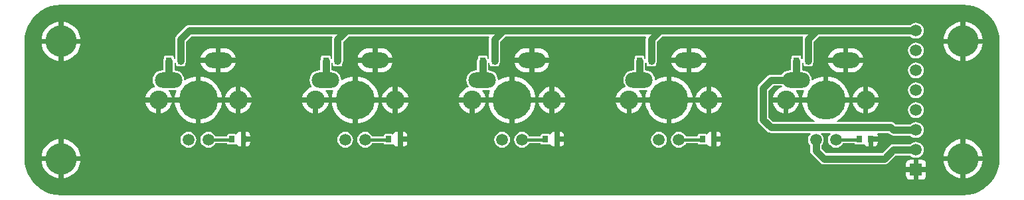
<source format=gbl>
G04 Layer_Physical_Order=2*
G04 Layer_Color=16711680*
%FSLAX25Y25*%
%MOIN*%
G70*
G01*
G75*
%ADD10C,0.01500*%
%ADD11C,0.03500*%
%ADD12O,0.13780X0.07874*%
%ADD13C,0.05905*%
%ADD14C,0.19685*%
%ADD15C,0.09449*%
%ADD16C,0.15748*%
%ADD17R,0.05905X0.05905*%
%ADD18R,0.02756X0.03543*%
G36*
X228998Y47747D02*
X231564Y47189D01*
X234025Y46271D01*
X236330Y45013D01*
X238432Y43439D01*
X240289Y41582D01*
X241863Y39479D01*
X243122Y37174D01*
X244040Y34714D01*
X244598Y32147D01*
X244789Y29482D01*
Y-29482D01*
X244598Y-32147D01*
X244040Y-34714D01*
X243122Y-37174D01*
X241863Y-39479D01*
X240289Y-41582D01*
X238432Y-43439D01*
X236330Y-45013D01*
X234025Y-46271D01*
X231564Y-47189D01*
X228998Y-47747D01*
X226332Y-47938D01*
X-226332D01*
X-228998Y-47747D01*
X-231564Y-47189D01*
X-234025Y-46271D01*
X-236330Y-45013D01*
X-238432Y-43439D01*
X-240289Y-41582D01*
X-241863Y-39479D01*
X-243122Y-37174D01*
X-244040Y-34714D01*
X-244598Y-32147D01*
X-244789Y-29482D01*
Y29482D01*
X-244598Y32147D01*
X-244040Y34714D01*
X-243122Y37174D01*
X-241863Y39479D01*
X-240289Y41582D01*
X-238432Y43439D01*
X-236330Y45013D01*
X-234025Y46271D01*
X-231564Y47189D01*
X-228998Y47747D01*
X-226332Y47938D01*
X226332D01*
X228998Y47747D01*
D02*
G37*
%LPC*%
G36*
X77490Y-1250D02*
X66959D01*
X67007Y-1858D01*
X67442Y-3671D01*
X68156Y-5393D01*
X69130Y-6982D01*
X70340Y-8400D01*
X71758Y-9610D01*
X73347Y-10584D01*
X75069Y-11298D01*
X76882Y-11733D01*
X77490Y-11781D01*
Y-1250D01*
D02*
G37*
G36*
X11781D02*
X1250D01*
Y-11781D01*
X1858Y-11733D01*
X3671Y-11298D01*
X5393Y-10584D01*
X6982Y-9610D01*
X8400Y-8400D01*
X9610Y-6982D01*
X10584Y-5393D01*
X11298Y-3671D01*
X11733Y-1858D01*
X11781Y-1250D01*
D02*
G37*
G36*
X-1250D02*
X-11781D01*
X-11733Y-1858D01*
X-11298Y-3671D01*
X-10584Y-5393D01*
X-9610Y-6982D01*
X-8400Y-8400D01*
X-6982Y-9610D01*
X-5393Y-10584D01*
X-3671Y-11298D01*
X-1858Y-11733D01*
X-1250Y-11781D01*
Y-1250D01*
D02*
G37*
G36*
X-178730D02*
X-184114D01*
X-184107Y-1318D01*
X-183723Y-2586D01*
X-183098Y-3754D01*
X-182258Y-4778D01*
X-181234Y-5618D01*
X-180066Y-6243D01*
X-178798Y-6627D01*
X-178730Y-6634D01*
Y-1250D01*
D02*
G37*
G36*
X202756Y-1092D02*
X201724Y-1228D01*
X200763Y-1626D01*
X199937Y-2260D01*
X199303Y-3085D01*
X198905Y-4047D01*
X198769Y-5079D01*
X198905Y-6111D01*
X199303Y-7072D01*
X199937Y-7898D01*
X200763Y-8531D01*
X201724Y-8930D01*
X202756Y-9066D01*
X203788Y-8930D01*
X204749Y-8531D01*
X205575Y-7898D01*
X206209Y-7072D01*
X206607Y-6111D01*
X206743Y-5079D01*
X206607Y-4047D01*
X206209Y-3085D01*
X205575Y-2260D01*
X204749Y-1626D01*
X203788Y-1228D01*
X202756Y-1092D01*
D02*
G37*
G36*
X90521Y-1250D02*
X79990D01*
Y-11781D01*
X80598Y-11733D01*
X82411Y-11298D01*
X84133Y-10584D01*
X85723Y-9610D01*
X87140Y-8400D01*
X88351Y-6982D01*
X89324Y-5393D01*
X90038Y-3671D01*
X90473Y-1858D01*
X90521Y-1250D01*
D02*
G37*
G36*
X-66959D02*
X-77490D01*
Y-11781D01*
X-76882Y-11733D01*
X-75069Y-11298D01*
X-73347Y-10584D01*
X-71758Y-9610D01*
X-70340Y-8400D01*
X-69130Y-6982D01*
X-68156Y-5393D01*
X-67442Y-3671D01*
X-67007Y-1858D01*
X-66959Y-1250D01*
D02*
G37*
G36*
X100128Y-15874D02*
X100000D01*
X99220Y-16029D01*
X98558Y-16472D01*
X98116Y-17133D01*
X97589Y-17219D01*
X97571Y-17192D01*
X97241Y-16971D01*
X96850Y-16894D01*
X94095D01*
X93704Y-16971D01*
X93374Y-17192D01*
X93152Y-17523D01*
X93075Y-17913D01*
Y-18216D01*
X87279D01*
X87193Y-18007D01*
X86559Y-17181D01*
X85734Y-16547D01*
X84772Y-16149D01*
X83740Y-16013D01*
X82708Y-16149D01*
X81747Y-16547D01*
X80921Y-17181D01*
X80287Y-18007D01*
X79889Y-18968D01*
X79753Y-20000D01*
X79889Y-21032D01*
X80287Y-21993D01*
X80921Y-22819D01*
X81747Y-23453D01*
X82708Y-23851D01*
X83740Y-23987D01*
X84772Y-23851D01*
X85734Y-23453D01*
X86559Y-22819D01*
X87193Y-21993D01*
X87279Y-21784D01*
X93140D01*
X93152Y-21847D01*
X93374Y-22178D01*
X93704Y-22399D01*
X94095Y-22476D01*
X96850D01*
X97241Y-22399D01*
X97571Y-22178D01*
X97589Y-22151D01*
X98116Y-22237D01*
X98558Y-22899D01*
X99220Y-23341D01*
X100000Y-23496D01*
X100128D01*
Y-19685D01*
Y-15874D01*
D02*
G37*
G36*
X21388D02*
X21260D01*
X20480Y-16029D01*
X19818Y-16472D01*
X19376Y-17133D01*
X18849Y-17219D01*
X18831Y-17192D01*
X18500Y-16971D01*
X18110Y-16894D01*
X15354D01*
X14964Y-16971D01*
X14633Y-17192D01*
X14412Y-17523D01*
X14335Y-17913D01*
Y-18216D01*
X8539D01*
X8453Y-18007D01*
X7819Y-17181D01*
X6993Y-16547D01*
X6032Y-16149D01*
X5000Y-16013D01*
X3968Y-16149D01*
X3007Y-16547D01*
X2181Y-17181D01*
X1547Y-18007D01*
X1149Y-18968D01*
X1013Y-20000D01*
X1149Y-21032D01*
X1547Y-21993D01*
X2181Y-22819D01*
X3007Y-23453D01*
X3968Y-23851D01*
X5000Y-23987D01*
X6032Y-23851D01*
X6993Y-23453D01*
X7819Y-22819D01*
X8453Y-21993D01*
X8539Y-21784D01*
X14400D01*
X14412Y-21847D01*
X14633Y-22178D01*
X14964Y-22399D01*
X15354Y-22476D01*
X18110D01*
X18500Y-22399D01*
X18831Y-22178D01*
X18849Y-22151D01*
X19376Y-22237D01*
X19818Y-22899D01*
X20480Y-23341D01*
X21260Y-23496D01*
X21388D01*
Y-19685D01*
Y-15874D01*
D02*
G37*
G36*
X-57352D02*
X-57480D01*
X-58261Y-16029D01*
X-58922Y-16472D01*
X-59364Y-17133D01*
X-59891Y-17219D01*
X-59909Y-17192D01*
X-60240Y-16971D01*
X-60630Y-16894D01*
X-63386D01*
X-63776Y-16971D01*
X-64107Y-17192D01*
X-64328Y-17523D01*
X-64405Y-17913D01*
Y-18216D01*
X-70201D01*
X-70287Y-18007D01*
X-70921Y-17181D01*
X-71747Y-16547D01*
X-72708Y-16149D01*
X-73740Y-16013D01*
X-74772Y-16149D01*
X-75734Y-16547D01*
X-76559Y-17181D01*
X-77193Y-18007D01*
X-77591Y-18968D01*
X-77727Y-20000D01*
X-77591Y-21032D01*
X-77193Y-21993D01*
X-76559Y-22819D01*
X-75734Y-23453D01*
X-74772Y-23851D01*
X-73740Y-23987D01*
X-72708Y-23851D01*
X-71747Y-23453D01*
X-70921Y-22819D01*
X-70287Y-21993D01*
X-70201Y-21784D01*
X-64340D01*
X-64328Y-21847D01*
X-64107Y-22178D01*
X-63776Y-22399D01*
X-63386Y-22476D01*
X-60630D01*
X-60240Y-22399D01*
X-59909Y-22178D01*
X-59891Y-22151D01*
X-59364Y-22237D01*
X-58922Y-22899D01*
X-58261Y-23341D01*
X-57480Y-23496D01*
X-57352D01*
Y-19685D01*
Y-15874D01*
D02*
G37*
G36*
X-79990Y-1250D02*
X-90521D01*
X-90473Y-1858D01*
X-90038Y-3671D01*
X-89324Y-5393D01*
X-88351Y-6982D01*
X-87140Y-8400D01*
X-85723Y-9610D01*
X-84133Y-10584D01*
X-82411Y-11298D01*
X-80598Y-11733D01*
X-79990Y-11781D01*
Y-1250D01*
D02*
G37*
G36*
X-145700D02*
X-156230D01*
Y-11781D01*
X-155622Y-11733D01*
X-153809Y-11298D01*
X-152087Y-10584D01*
X-150498Y-9610D01*
X-149081Y-8400D01*
X-147870Y-6982D01*
X-146896Y-5393D01*
X-146183Y-3671D01*
X-145747Y-1858D01*
X-145700Y-1250D01*
D02*
G37*
G36*
X-158730D02*
X-169261D01*
X-169213Y-1858D01*
X-168778Y-3671D01*
X-168065Y-5393D01*
X-167091Y-6982D01*
X-165880Y-8400D01*
X-164463Y-9610D01*
X-162873Y-10584D01*
X-161151Y-11298D01*
X-159339Y-11733D01*
X-158730Y-11781D01*
Y-1250D01*
D02*
G37*
G36*
X18750D02*
X13366D01*
X13373Y-1318D01*
X13757Y-2586D01*
X14382Y-3754D01*
X15222Y-4778D01*
X16246Y-5618D01*
X17414Y-6243D01*
X18682Y-6627D01*
X18750Y-6634D01*
Y-1250D01*
D02*
G37*
G36*
X-13366D02*
X-18750D01*
Y-6634D01*
X-18682Y-6627D01*
X-17414Y-6243D01*
X-16246Y-5618D01*
X-15222Y-4778D01*
X-14382Y-3754D01*
X-13757Y-2586D01*
X-13373Y-1318D01*
X-13366Y-1250D01*
D02*
G37*
G36*
X-21250D02*
X-26634D01*
X-26627Y-1318D01*
X-26243Y-2586D01*
X-25618Y-3754D01*
X-24778Y-4778D01*
X-23754Y-5618D01*
X-22586Y-6243D01*
X-21318Y-6627D01*
X-21250Y-6634D01*
Y-1250D01*
D02*
G37*
G36*
X65374D02*
X59990D01*
Y-6634D01*
X60058Y-6627D01*
X61326Y-6243D01*
X62494Y-5618D01*
X63518Y-4778D01*
X64358Y-3754D01*
X64983Y-2586D01*
X65367Y-1318D01*
X65374Y-1250D01*
D02*
G37*
G36*
X57490D02*
X52106D01*
X52113Y-1318D01*
X52498Y-2586D01*
X53122Y-3754D01*
X53962Y-4778D01*
X54986Y-5618D01*
X56154Y-6243D01*
X57422Y-6627D01*
X57490Y-6634D01*
Y-1250D01*
D02*
G37*
G36*
X26634D02*
X21250D01*
Y-6634D01*
X21318Y-6627D01*
X22586Y-6243D01*
X23754Y-5618D01*
X24778Y-4778D01*
X25618Y-3754D01*
X26243Y-2586D01*
X26627Y-1318D01*
X26634Y-1250D01*
D02*
G37*
G36*
X-52106D02*
X-57490D01*
Y-6634D01*
X-57422Y-6627D01*
X-56154Y-6243D01*
X-54986Y-5618D01*
X-53962Y-4778D01*
X-53122Y-3754D01*
X-52498Y-2586D01*
X-52113Y-1318D01*
X-52106Y-1250D01*
D02*
G37*
G36*
X-130847D02*
X-136230D01*
Y-6634D01*
X-136162Y-6627D01*
X-134895Y-6243D01*
X-133726Y-5618D01*
X-132702Y-4778D01*
X-131862Y-3754D01*
X-131238Y-2586D01*
X-130853Y-1318D01*
X-130847Y-1250D01*
D02*
G37*
G36*
X-138730D02*
X-144114D01*
X-144107Y-1318D01*
X-143723Y-2586D01*
X-143098Y-3754D01*
X-142258Y-4778D01*
X-141234Y-5618D01*
X-140066Y-6243D01*
X-138798Y-6627D01*
X-138730Y-6634D01*
Y-1250D01*
D02*
G37*
G36*
X-170846D02*
X-176230D01*
Y-6634D01*
X-176162Y-6627D01*
X-174894Y-6243D01*
X-173726Y-5618D01*
X-172702Y-4778D01*
X-171862Y-3754D01*
X-171238Y-2586D01*
X-170853Y-1318D01*
X-170846Y-1250D01*
D02*
G37*
G36*
X-59990D02*
X-65374D01*
X-65367Y-1318D01*
X-64983Y-2586D01*
X-64358Y-3754D01*
X-63518Y-4778D01*
X-62494Y-5618D01*
X-61326Y-6243D01*
X-60058Y-6627D01*
X-59990Y-6634D01*
Y-1250D01*
D02*
G37*
G36*
X-92106D02*
X-97490D01*
Y-6634D01*
X-97422Y-6627D01*
X-96154Y-6243D01*
X-94986Y-5618D01*
X-93962Y-4778D01*
X-93122Y-3754D01*
X-92498Y-2586D01*
X-92113Y-1318D01*
X-92106Y-1250D01*
D02*
G37*
G36*
X-99990D02*
X-105374D01*
X-105367Y-1318D01*
X-104983Y-2586D01*
X-104358Y-3754D01*
X-103518Y-4778D01*
X-102494Y-5618D01*
X-101326Y-6243D01*
X-100058Y-6627D01*
X-99990Y-6634D01*
Y-1250D01*
D02*
G37*
G36*
X-225128Y-19729D02*
Y-28278D01*
X-216579D01*
X-216647Y-27592D01*
X-217211Y-25731D01*
X-218128Y-24015D01*
X-219362Y-22512D01*
X-220866Y-21278D01*
X-222581Y-20361D01*
X-224442Y-19796D01*
X-225128Y-19729D01*
D02*
G37*
G36*
X-227628D02*
X-228314Y-19796D01*
X-230175Y-20361D01*
X-231890Y-21278D01*
X-233394Y-22512D01*
X-234628Y-24015D01*
X-235544Y-25731D01*
X-236109Y-27592D01*
X-236177Y-28278D01*
X-227628D01*
Y-19729D01*
D02*
G37*
G36*
X205709Y-30087D02*
X204006D01*
Y-33829D01*
X207748D01*
Y-32126D01*
X207593Y-31346D01*
X207151Y-30684D01*
X206489Y-30242D01*
X205709Y-30087D01*
D02*
G37*
G36*
X-162480Y-16013D02*
X-163512Y-16149D01*
X-164474Y-16547D01*
X-165299Y-17181D01*
X-165933Y-18007D01*
X-166331Y-18968D01*
X-166467Y-20000D01*
X-166331Y-21032D01*
X-165933Y-21993D01*
X-165299Y-22819D01*
X-164474Y-23453D01*
X-163512Y-23851D01*
X-162480Y-23987D01*
X-161448Y-23851D01*
X-160487Y-23453D01*
X-159661Y-22819D01*
X-159028Y-21993D01*
X-158629Y-21032D01*
X-158493Y-20000D01*
X-158629Y-18968D01*
X-159028Y-18007D01*
X-159661Y-17181D01*
X-160487Y-16547D01*
X-161448Y-16149D01*
X-162480Y-16013D01*
D02*
G37*
G36*
X227628Y-19729D02*
Y-28278D01*
X236177D01*
X236109Y-27592D01*
X235544Y-25731D01*
X234628Y-24015D01*
X233394Y-22512D01*
X231890Y-21278D01*
X230175Y-20361D01*
X228314Y-19796D01*
X227628Y-19729D01*
D02*
G37*
G36*
X225128D02*
X224442Y-19796D01*
X222581Y-20361D01*
X220866Y-21278D01*
X219362Y-22512D01*
X218128Y-24015D01*
X217211Y-25731D01*
X216647Y-27592D01*
X216579Y-28278D01*
X225128D01*
Y-19729D01*
D02*
G37*
G36*
X201506Y-30087D02*
X199803D01*
X199023Y-30242D01*
X198361Y-30684D01*
X197919Y-31346D01*
X197764Y-32126D01*
Y-33829D01*
X201506D01*
Y-30087D01*
D02*
G37*
G36*
X-227628Y-30778D02*
X-236177D01*
X-236109Y-31463D01*
X-235544Y-33325D01*
X-234628Y-35040D01*
X-233394Y-36543D01*
X-231890Y-37777D01*
X-230175Y-38694D01*
X-228314Y-39259D01*
X-227628Y-39326D01*
Y-30778D01*
D02*
G37*
G36*
X207748Y-36329D02*
X204006D01*
Y-40071D01*
X205709D01*
X206489Y-39915D01*
X207151Y-39473D01*
X207593Y-38812D01*
X207748Y-38032D01*
Y-36329D01*
D02*
G37*
G36*
X201506D02*
X197764D01*
Y-38032D01*
X197919Y-38812D01*
X198361Y-39473D01*
X199023Y-39915D01*
X199803Y-40071D01*
X201506D01*
Y-36329D01*
D02*
G37*
G36*
X236177Y-30778D02*
X227628D01*
Y-39326D01*
X228314Y-39259D01*
X230175Y-38694D01*
X231890Y-37777D01*
X233394Y-36543D01*
X234628Y-35040D01*
X235544Y-33325D01*
X236109Y-31463D01*
X236177Y-30778D01*
D02*
G37*
G36*
X225128D02*
X216579D01*
X216647Y-31463D01*
X217211Y-33325D01*
X218128Y-35040D01*
X219362Y-36543D01*
X220866Y-37777D01*
X222581Y-38694D01*
X224442Y-39259D01*
X225128Y-39326D01*
Y-30778D01*
D02*
G37*
G36*
X-216579D02*
X-225128D01*
Y-39326D01*
X-224442Y-39259D01*
X-222581Y-38694D01*
X-220866Y-37777D01*
X-219362Y-36543D01*
X-218128Y-35040D01*
X-217211Y-33325D01*
X-216647Y-31463D01*
X-216579Y-30778D01*
D02*
G37*
G36*
X-54724Y-15874D02*
X-54852D01*
Y-18435D01*
X-52685D01*
Y-17913D01*
X-52841Y-17133D01*
X-53282Y-16472D01*
X-53944Y-16029D01*
X-54724Y-15874D01*
D02*
G37*
G36*
X-133465D02*
X-133592D01*
Y-18435D01*
X-131425D01*
Y-17913D01*
X-131581Y-17133D01*
X-132023Y-16472D01*
X-132684Y-16029D01*
X-133465Y-15874D01*
D02*
G37*
G36*
X183535Y-20935D02*
X181368D01*
Y-23496D01*
X181496D01*
X182276Y-23341D01*
X182938Y-22899D01*
X183380Y-22237D01*
X183535Y-21457D01*
Y-20935D01*
D02*
G37*
G36*
X-136092Y-15874D02*
X-136221D01*
X-137001Y-16029D01*
X-137662Y-16472D01*
X-138104Y-17133D01*
X-138631Y-17219D01*
X-138649Y-17192D01*
X-138980Y-16971D01*
X-139370Y-16894D01*
X-142126D01*
X-142516Y-16971D01*
X-142847Y-17192D01*
X-143068Y-17523D01*
X-143146Y-17913D01*
Y-18216D01*
X-148941D01*
X-149028Y-18007D01*
X-149661Y-17181D01*
X-150487Y-16547D01*
X-151448Y-16149D01*
X-152480Y-16013D01*
X-153512Y-16149D01*
X-154474Y-16547D01*
X-155299Y-17181D01*
X-155933Y-18007D01*
X-156331Y-18968D01*
X-156467Y-20000D01*
X-156331Y-21032D01*
X-155933Y-21993D01*
X-155299Y-22819D01*
X-154474Y-23453D01*
X-153512Y-23851D01*
X-152480Y-23987D01*
X-151448Y-23851D01*
X-150487Y-23453D01*
X-149661Y-22819D01*
X-149028Y-21993D01*
X-148941Y-21784D01*
X-143080D01*
X-143068Y-21847D01*
X-142847Y-22178D01*
X-142516Y-22399D01*
X-142126Y-22476D01*
X-139370D01*
X-138980Y-22399D01*
X-138649Y-22178D01*
X-138631Y-22151D01*
X-138104Y-22237D01*
X-137662Y-22899D01*
X-137001Y-23341D01*
X-136221Y-23496D01*
X-136092D01*
Y-19685D01*
Y-15874D01*
D02*
G37*
G36*
X102756D02*
X102628D01*
Y-18435D01*
X104795D01*
Y-17913D01*
X104640Y-17133D01*
X104198Y-16472D01*
X103536Y-16029D01*
X102756Y-15874D01*
D02*
G37*
G36*
X24016D02*
X23888D01*
Y-18435D01*
X26055D01*
Y-17913D01*
X25900Y-17133D01*
X25458Y-16472D01*
X24796Y-16029D01*
X24016Y-15874D01*
D02*
G37*
G36*
X104795Y-20935D02*
X102628D01*
Y-23496D01*
X102756D01*
X103536Y-23341D01*
X104198Y-22899D01*
X104640Y-22237D01*
X104795Y-21457D01*
Y-20935D01*
D02*
G37*
G36*
X73740Y-16013D02*
X72708Y-16149D01*
X71747Y-16547D01*
X70921Y-17181D01*
X70287Y-18007D01*
X69889Y-18968D01*
X69753Y-20000D01*
X69889Y-21032D01*
X70287Y-21993D01*
X70921Y-22819D01*
X71747Y-23453D01*
X72708Y-23851D01*
X73740Y-23987D01*
X74772Y-23851D01*
X75734Y-23453D01*
X76559Y-22819D01*
X77193Y-21993D01*
X77591Y-21032D01*
X77727Y-20000D01*
X77591Y-18968D01*
X77193Y-18007D01*
X76559Y-17181D01*
X75734Y-16547D01*
X74772Y-16149D01*
X73740Y-16013D01*
D02*
G37*
G36*
X-5000D02*
X-6032Y-16149D01*
X-6993Y-16547D01*
X-7819Y-17181D01*
X-8453Y-18007D01*
X-8851Y-18968D01*
X-8987Y-20000D01*
X-8851Y-21032D01*
X-8453Y-21993D01*
X-7819Y-22819D01*
X-6993Y-23453D01*
X-6032Y-23851D01*
X-5000Y-23987D01*
X-3968Y-23851D01*
X-3007Y-23453D01*
X-2181Y-22819D01*
X-1547Y-21993D01*
X-1149Y-21032D01*
X-1013Y-20000D01*
X-1149Y-18968D01*
X-1547Y-18007D01*
X-2181Y-17181D01*
X-3007Y-16547D01*
X-3968Y-16149D01*
X-5000Y-16013D01*
D02*
G37*
G36*
X-83740D02*
X-84772Y-16149D01*
X-85734Y-16547D01*
X-86559Y-17181D01*
X-87193Y-18007D01*
X-87591Y-18968D01*
X-87727Y-20000D01*
X-87591Y-21032D01*
X-87193Y-21993D01*
X-86559Y-22819D01*
X-85734Y-23453D01*
X-84772Y-23851D01*
X-83740Y-23987D01*
X-82708Y-23851D01*
X-81747Y-23453D01*
X-80921Y-22819D01*
X-80287Y-21993D01*
X-79889Y-21032D01*
X-79753Y-20000D01*
X-79889Y-18968D01*
X-80287Y-18007D01*
X-80921Y-17181D01*
X-81747Y-16547D01*
X-82708Y-16149D01*
X-83740Y-16013D01*
D02*
G37*
G36*
X26055Y-20935D02*
X23888D01*
Y-23496D01*
X24016D01*
X24796Y-23341D01*
X25458Y-22899D01*
X25900Y-22237D01*
X26055Y-21457D01*
Y-20935D01*
D02*
G37*
G36*
X-52685D02*
X-54852D01*
Y-23496D01*
X-54724D01*
X-53944Y-23341D01*
X-53282Y-22899D01*
X-52841Y-22237D01*
X-52685Y-21457D01*
Y-20935D01*
D02*
G37*
G36*
X-131425D02*
X-133592D01*
Y-23496D01*
X-133465D01*
X-132684Y-23341D01*
X-132023Y-22899D01*
X-131581Y-22237D01*
X-131425Y-21457D01*
Y-20935D01*
D02*
G37*
G36*
X236177Y28278D02*
X227628D01*
Y19729D01*
X228314Y19796D01*
X230175Y20361D01*
X231890Y21278D01*
X233394Y22512D01*
X234628Y24015D01*
X235544Y25731D01*
X236109Y27592D01*
X236177Y28278D01*
D02*
G37*
G36*
X225128D02*
X216579D01*
X216647Y27592D01*
X217211Y25731D01*
X218128Y24015D01*
X219362Y22512D01*
X220866Y21278D01*
X222581Y20361D01*
X224442Y19796D01*
X225128Y19729D01*
Y28278D01*
D02*
G37*
G36*
X-216579D02*
X-225128D01*
Y19729D01*
X-224442Y19796D01*
X-222581Y20361D01*
X-220866Y21278D01*
X-219362Y22512D01*
X-218128Y24015D01*
X-217211Y25731D01*
X-216647Y27592D01*
X-216579Y28278D01*
D02*
G37*
G36*
X-144528Y25966D02*
X-146230D01*
Y21250D01*
X-138703D01*
X-139016Y22283D01*
X-139567Y23314D01*
X-140309Y24218D01*
X-141213Y24960D01*
X-142245Y25512D01*
X-143364Y25851D01*
X-144528Y25966D01*
D02*
G37*
G36*
X-148730D02*
X-150433D01*
X-151597Y25851D01*
X-152716Y25512D01*
X-153747Y24960D01*
X-154651Y24218D01*
X-155393Y23314D01*
X-155945Y22283D01*
X-156258Y21250D01*
X-148730D01*
Y25966D01*
D02*
G37*
G36*
X202756Y28908D02*
X201724Y28772D01*
X200763Y28374D01*
X199937Y27740D01*
X199303Y26915D01*
X198905Y25953D01*
X198769Y24921D01*
X198905Y23889D01*
X199303Y22928D01*
X199937Y22102D01*
X200763Y21468D01*
X201724Y21070D01*
X202756Y20934D01*
X203788Y21070D01*
X204749Y21468D01*
X205575Y22102D01*
X206209Y22928D01*
X206607Y23889D01*
X206743Y24921D01*
X206607Y25953D01*
X206209Y26915D01*
X205575Y27740D01*
X204749Y28374D01*
X203788Y28772D01*
X202756Y28908D01*
D02*
G37*
G36*
X-227628Y28278D02*
X-236177D01*
X-236109Y27592D01*
X-235544Y25731D01*
X-234628Y24015D01*
X-233394Y22512D01*
X-231890Y21278D01*
X-230175Y20361D01*
X-228314Y19796D01*
X-227628Y19729D01*
Y28278D01*
D02*
G37*
G36*
X87490Y18750D02*
X79962D01*
X80276Y17717D01*
X80827Y16686D01*
X81569Y15782D01*
X82473Y15040D01*
X83504Y14488D01*
X84624Y14149D01*
X85787Y14034D01*
X87490D01*
Y18750D01*
D02*
G37*
G36*
X18778D02*
X11250D01*
Y14034D01*
X12953D01*
X14117Y14149D01*
X15236Y14488D01*
X16267Y15040D01*
X17171Y15782D01*
X17913Y16686D01*
X18464Y17717D01*
X18778Y18750D01*
D02*
G37*
G36*
X8750D02*
X1222D01*
X1536Y17717D01*
X2087Y16686D01*
X2829Y15782D01*
X3733Y15040D01*
X4764Y14488D01*
X5883Y14149D01*
X7047Y14034D01*
X8750D01*
Y18750D01*
D02*
G37*
G36*
X176258D02*
X168730D01*
Y14034D01*
X170433D01*
X171597Y14149D01*
X172716Y14488D01*
X173748Y15040D01*
X174652Y15782D01*
X175393Y16686D01*
X175945Y17717D01*
X176258Y18750D01*
D02*
G37*
G36*
X166230D02*
X158703D01*
X159016Y17717D01*
X159567Y16686D01*
X160309Y15782D01*
X161213Y15040D01*
X162245Y14488D01*
X163364Y14149D01*
X164528Y14034D01*
X166230D01*
Y18750D01*
D02*
G37*
G36*
X97518D02*
X89990D01*
Y14034D01*
X91693D01*
X92857Y14149D01*
X93976Y14488D01*
X95007Y15040D01*
X95911Y15782D01*
X96653Y16686D01*
X97205Y17717D01*
X97518Y18750D01*
D02*
G37*
G36*
X-225128Y39326D02*
Y30778D01*
X-216579D01*
X-216647Y31463D01*
X-217211Y33325D01*
X-218128Y35040D01*
X-219362Y36543D01*
X-220866Y37777D01*
X-222581Y38694D01*
X-224442Y39259D01*
X-225128Y39326D01*
D02*
G37*
G36*
X-227628D02*
X-228314Y39259D01*
X-230175Y38694D01*
X-231890Y37777D01*
X-233394Y36543D01*
X-234628Y35040D01*
X-235544Y33325D01*
X-236109Y31463D01*
X-236177Y30778D01*
X-227628D01*
Y39326D01*
D02*
G37*
G36*
X170433Y25966D02*
X168730D01*
Y21250D01*
X176258D01*
X175945Y22283D01*
X175393Y23314D01*
X174652Y24218D01*
X173748Y24960D01*
X172716Y25512D01*
X171597Y25851D01*
X170433Y25966D01*
D02*
G37*
G36*
X202756Y38908D02*
X201724Y38772D01*
X200763Y38374D01*
X199937Y37740D01*
X199902Y37695D01*
X-161929D01*
X-162647Y37600D01*
X-163316Y37323D01*
X-163891Y36883D01*
X-168300Y32473D01*
X-168741Y31899D01*
X-169018Y31230D01*
X-169112Y30512D01*
Y20617D01*
X-169612Y20517D01*
X-169842Y21072D01*
X-169847Y21078D01*
Y21457D01*
X-169924Y21847D01*
X-170145Y22178D01*
X-170476Y22399D01*
X-170866Y22476D01*
X-173622D01*
X-174012Y22399D01*
X-174343Y22178D01*
X-174564Y21847D01*
X-174642Y21457D01*
Y21078D01*
X-174646Y21072D01*
X-174923Y20403D01*
X-175018Y19685D01*
Y14980D01*
X-175433D01*
X-176722Y14810D01*
X-177923Y14312D01*
X-178954Y13521D01*
X-179745Y12490D01*
X-180243Y11289D01*
X-180413Y10000D01*
X-180243Y8711D01*
X-179745Y7510D01*
X-179285Y6909D01*
X-179437Y6433D01*
X-180066Y6243D01*
X-181234Y5618D01*
X-182258Y4778D01*
X-183098Y3754D01*
X-183723Y2586D01*
X-184107Y1318D01*
X-184114Y1250D01*
X-170846D01*
X-170853Y1318D01*
X-171238Y2586D01*
X-171862Y3754D01*
X-172491Y4520D01*
X-172255Y5020D01*
X-169528D01*
X-168716Y5127D01*
X-168365Y4669D01*
X-168778Y3671D01*
X-169213Y1858D01*
X-169261Y1250D01*
X-158730D01*
Y11781D01*
X-159339Y11733D01*
X-161151Y11298D01*
X-162873Y10584D01*
X-164063Y9856D01*
X-164243Y9909D01*
X-164566Y10134D01*
X-164718Y11289D01*
X-165215Y12490D01*
X-166006Y13521D01*
X-167038Y14312D01*
X-168239Y14810D01*
X-169470Y14972D01*
Y18753D01*
X-168970Y18853D01*
X-168741Y18298D01*
X-168736Y18292D01*
Y17913D01*
X-168658Y17523D01*
X-168438Y17192D01*
X-168107Y16971D01*
X-167717Y16894D01*
X-164961D01*
X-164570Y16971D01*
X-164240Y17192D01*
X-164019Y17523D01*
X-163941Y17913D01*
Y18292D01*
X-163936Y18298D01*
X-163659Y18967D01*
X-163565Y19685D01*
Y29363D01*
X-160780Y32147D01*
X-90405D01*
X-90105Y31648D01*
X-90278Y31230D01*
X-90372Y30512D01*
Y20617D01*
X-90872Y20517D01*
X-91102Y21072D01*
X-91106Y21078D01*
Y21457D01*
X-91184Y21847D01*
X-91405Y22178D01*
X-91736Y22399D01*
X-92126Y22476D01*
X-94882D01*
X-95272Y22399D01*
X-95603Y22178D01*
X-95824Y21847D01*
X-95902Y21457D01*
Y21078D01*
X-95906Y21072D01*
X-96183Y20403D01*
X-96278Y19685D01*
Y14980D01*
X-96693D01*
X-97982Y14810D01*
X-99183Y14312D01*
X-100214Y13521D01*
X-101005Y12490D01*
X-101503Y11289D01*
X-101672Y10000D01*
X-101503Y8711D01*
X-101005Y7510D01*
X-100544Y6909D01*
X-100697Y6433D01*
X-101326Y6243D01*
X-102494Y5618D01*
X-103518Y4778D01*
X-104358Y3754D01*
X-104983Y2586D01*
X-105367Y1318D01*
X-105374Y1250D01*
X-92106D01*
X-92113Y1318D01*
X-92498Y2586D01*
X-93122Y3754D01*
X-93751Y4520D01*
X-93515Y5020D01*
X-90787D01*
X-89976Y5127D01*
X-89624Y4669D01*
X-90038Y3671D01*
X-90473Y1858D01*
X-90521Y1250D01*
X-79990D01*
Y11781D01*
X-80598Y11733D01*
X-82411Y11298D01*
X-84133Y10584D01*
X-85322Y9856D01*
X-85502Y9909D01*
X-85825Y10134D01*
X-85978Y11289D01*
X-86475Y12490D01*
X-87266Y13521D01*
X-88298Y14312D01*
X-89499Y14810D01*
X-90730Y14972D01*
Y18753D01*
X-90230Y18853D01*
X-90000Y18298D01*
X-89996Y18292D01*
Y17913D01*
X-89918Y17523D01*
X-89697Y17192D01*
X-89367Y16971D01*
X-88976Y16894D01*
X-86221D01*
X-85830Y16971D01*
X-85500Y17192D01*
X-85278Y17523D01*
X-85201Y17913D01*
Y18292D01*
X-85196Y18298D01*
X-84919Y18967D01*
X-84825Y19685D01*
Y29363D01*
X-82040Y32147D01*
X-11665D01*
X-11364Y31648D01*
X-11537Y31230D01*
X-11632Y30512D01*
Y20617D01*
X-12132Y20517D01*
X-12362Y21072D01*
X-12366Y21078D01*
Y21457D01*
X-12444Y21847D01*
X-12665Y22178D01*
X-12996Y22399D01*
X-13386Y22476D01*
X-16142D01*
X-16532Y22399D01*
X-16863Y22178D01*
X-17084Y21847D01*
X-17161Y21457D01*
Y21078D01*
X-17166Y21072D01*
X-17443Y20403D01*
X-17537Y19685D01*
Y14980D01*
X-17953D01*
X-19242Y14810D01*
X-20443Y14312D01*
X-21474Y13521D01*
X-22265Y12490D01*
X-22763Y11289D01*
X-22932Y10000D01*
X-22763Y8711D01*
X-22265Y7510D01*
X-21804Y6909D01*
X-21957Y6433D01*
X-22586Y6243D01*
X-23754Y5618D01*
X-24778Y4778D01*
X-25618Y3754D01*
X-26243Y2586D01*
X-26627Y1318D01*
X-26634Y1250D01*
X-13366D01*
X-13373Y1318D01*
X-13757Y2586D01*
X-14382Y3754D01*
X-15011Y4520D01*
X-14774Y5020D01*
X-12047D01*
X-11236Y5127D01*
X-10884Y4669D01*
X-11298Y3671D01*
X-11733Y1858D01*
X-11781Y1250D01*
X-1250D01*
Y11781D01*
X-1858Y11733D01*
X-3671Y11298D01*
X-5393Y10584D01*
X-6582Y9856D01*
X-6762Y9909D01*
X-7085Y10134D01*
X-7237Y11289D01*
X-7735Y12490D01*
X-8526Y13521D01*
X-9557Y14312D01*
X-10758Y14810D01*
X-11990Y14972D01*
Y18753D01*
X-11490Y18853D01*
X-11260Y18298D01*
X-11256Y18292D01*
Y17913D01*
X-11178Y17523D01*
X-10957Y17192D01*
X-10626Y16971D01*
X-10236Y16894D01*
X-7480D01*
X-7090Y16971D01*
X-6759Y17192D01*
X-6538Y17523D01*
X-6461Y17913D01*
Y18292D01*
X-6456Y18298D01*
X-6179Y18967D01*
X-6084Y19685D01*
Y29363D01*
X-3300Y32147D01*
X67075D01*
X67376Y31648D01*
X67203Y31230D01*
X67108Y30512D01*
Y20617D01*
X66608Y20517D01*
X66378Y21072D01*
X66374Y21078D01*
Y21457D01*
X66296Y21847D01*
X66075Y22178D01*
X65745Y22399D01*
X65354Y22476D01*
X62598D01*
X62208Y22399D01*
X61878Y22178D01*
X61656Y21847D01*
X61579Y21457D01*
Y21078D01*
X61574Y21072D01*
X61297Y20403D01*
X61203Y19685D01*
Y14980D01*
X60787D01*
X59499Y14810D01*
X58298Y14312D01*
X57266Y13521D01*
X56475Y12490D01*
X55977Y11289D01*
X55808Y10000D01*
X55977Y8711D01*
X56475Y7510D01*
X56936Y6909D01*
X56783Y6433D01*
X56154Y6243D01*
X54986Y5618D01*
X53962Y4778D01*
X53122Y3754D01*
X52498Y2586D01*
X52113Y1318D01*
X52106Y1250D01*
X65374D01*
X65367Y1318D01*
X64983Y2586D01*
X64358Y3754D01*
X63729Y4520D01*
X63966Y5020D01*
X66693D01*
X67505Y5127D01*
X67856Y4669D01*
X67442Y3671D01*
X67007Y1858D01*
X66959Y1250D01*
X77490D01*
Y11781D01*
X76882Y11733D01*
X75069Y11298D01*
X73347Y10584D01*
X72158Y9856D01*
X71978Y9909D01*
X71655Y10134D01*
X71503Y11289D01*
X71005Y12490D01*
X70214Y13521D01*
X69183Y14312D01*
X67982Y14810D01*
X66750Y14972D01*
Y18753D01*
X67250Y18853D01*
X67480Y18298D01*
X67484Y18292D01*
Y17913D01*
X67562Y17523D01*
X67783Y17192D01*
X68114Y16971D01*
X68504Y16894D01*
X71260D01*
X71650Y16971D01*
X71981Y17192D01*
X72202Y17523D01*
X72279Y17913D01*
Y18292D01*
X72284Y18298D01*
X72561Y18967D01*
X72656Y19685D01*
Y29363D01*
X75440Y32147D01*
X145816D01*
X146116Y31648D01*
X145943Y31230D01*
X145848Y30512D01*
Y20617D01*
X145348Y20517D01*
X145119Y21072D01*
X145114Y21078D01*
Y21457D01*
X145036Y21847D01*
X144816Y22178D01*
X144485Y22399D01*
X144095Y22476D01*
X141339D01*
X140948Y22399D01*
X140618Y22178D01*
X140397Y21847D01*
X140319Y21457D01*
Y21078D01*
X140314Y21072D01*
X140037Y20403D01*
X139943Y19685D01*
Y14980D01*
X139528D01*
X138239Y14810D01*
X137038Y14312D01*
X136006Y13521D01*
X135433Y12774D01*
X130079D01*
X129361Y12679D01*
X128692Y12402D01*
X128117Y11961D01*
X124023Y7867D01*
X123582Y7292D01*
X123305Y6623D01*
X123211Y5906D01*
Y-9843D01*
X123305Y-10560D01*
X123582Y-11229D01*
X124023Y-11804D01*
X127960Y-15741D01*
X128534Y-16182D01*
X129203Y-16459D01*
X129921Y-16553D01*
X149701D01*
X149862Y-17027D01*
X149661Y-17181D01*
X149028Y-18007D01*
X148629Y-18968D01*
X148494Y-20000D01*
X148629Y-21032D01*
X149028Y-21993D01*
X149661Y-22819D01*
X149707Y-22854D01*
Y-25512D01*
X149801Y-26230D01*
X150078Y-26899D01*
X150519Y-27473D01*
X154535Y-31489D01*
X155109Y-31930D01*
X155778Y-32207D01*
X156496Y-32301D01*
X187008D01*
X187726Y-32207D01*
X188395Y-31930D01*
X188969Y-31489D01*
X192606Y-27852D01*
X199902D01*
X199937Y-27898D01*
X200763Y-28532D01*
X201724Y-28930D01*
X202756Y-29066D01*
X203788Y-28930D01*
X204749Y-28532D01*
X205575Y-27898D01*
X206209Y-27072D01*
X206607Y-26111D01*
X206743Y-25079D01*
X206607Y-24047D01*
X206209Y-23085D01*
X205575Y-22260D01*
X204749Y-21626D01*
X203788Y-21228D01*
X202756Y-21092D01*
X201724Y-21228D01*
X200763Y-21626D01*
X199937Y-22260D01*
X199902Y-22305D01*
X191457D01*
X190739Y-22400D01*
X190070Y-22677D01*
X189495Y-23117D01*
X185859Y-26754D01*
X157645D01*
X155254Y-24363D01*
Y-22854D01*
X155299Y-22819D01*
X155933Y-21993D01*
X156331Y-21032D01*
X156467Y-20000D01*
X156331Y-18968D01*
X155933Y-18007D01*
X155299Y-17181D01*
X155099Y-17027D01*
X155259Y-16553D01*
X159701D01*
X159862Y-17027D01*
X159661Y-17181D01*
X159028Y-18007D01*
X158629Y-18968D01*
X158493Y-20000D01*
X158629Y-21032D01*
X159028Y-21993D01*
X159661Y-22819D01*
X160487Y-23453D01*
X161448Y-23851D01*
X162480Y-23987D01*
X163512Y-23851D01*
X164474Y-23453D01*
X165299Y-22819D01*
X165933Y-21993D01*
X166020Y-21784D01*
X171880D01*
X171893Y-21847D01*
X172114Y-22178D01*
X172444Y-22399D01*
X172835Y-22476D01*
X175591D01*
X175981Y-22399D01*
X176312Y-22178D01*
X176329Y-22151D01*
X176856Y-22237D01*
X177298Y-22899D01*
X177960Y-23341D01*
X178740Y-23496D01*
X178868D01*
Y-19685D01*
X180118D01*
Y-18435D01*
X183535D01*
Y-17913D01*
X183380Y-17133D01*
X183287Y-16994D01*
X183523Y-16553D01*
X188812D01*
X189298Y-17040D01*
X189873Y-17481D01*
X190542Y-17758D01*
X191260Y-17853D01*
X199902D01*
X199937Y-17898D01*
X200763Y-18531D01*
X201724Y-18930D01*
X202756Y-19066D01*
X203788Y-18930D01*
X204749Y-18531D01*
X205575Y-17898D01*
X206209Y-17072D01*
X206607Y-16111D01*
X206743Y-15079D01*
X206607Y-14047D01*
X206209Y-13085D01*
X205575Y-12260D01*
X204749Y-11626D01*
X203788Y-11228D01*
X202756Y-11092D01*
X201724Y-11228D01*
X200763Y-11626D01*
X199937Y-12260D01*
X199902Y-12305D01*
X192409D01*
X191922Y-11818D01*
X191348Y-11377D01*
X190679Y-11100D01*
X189961Y-11006D01*
X163143D01*
X163002Y-10506D01*
X164463Y-9610D01*
X165880Y-8400D01*
X167091Y-6982D01*
X168065Y-5393D01*
X168778Y-3671D01*
X169213Y-1858D01*
X169261Y-1250D01*
X145700D01*
X145747Y-1858D01*
X146183Y-3671D01*
X146896Y-5393D01*
X147870Y-6982D01*
X149081Y-8400D01*
X150498Y-9610D01*
X151959Y-10506D01*
X151818Y-11006D01*
X131070D01*
X128758Y-8694D01*
Y4757D01*
X131228Y7226D01*
X135339D01*
X135589Y6891D01*
X135430Y6405D01*
X134895Y6243D01*
X133726Y5618D01*
X132702Y4778D01*
X131862Y3754D01*
X131238Y2586D01*
X130853Y1318D01*
X130847Y1250D01*
X144114D01*
X144107Y1318D01*
X143723Y2586D01*
X143098Y3754D01*
X142470Y4520D01*
X142706Y5020D01*
X145433D01*
X146245Y5127D01*
X146596Y4669D01*
X146183Y3671D01*
X145747Y1858D01*
X145700Y1250D01*
X156230D01*
Y11781D01*
X155622Y11733D01*
X153809Y11298D01*
X152087Y10584D01*
X150898Y9856D01*
X150718Y9909D01*
X150395Y10134D01*
X150243Y11289D01*
X149746Y12490D01*
X148954Y13521D01*
X147923Y14312D01*
X146722Y14810D01*
X145490Y14972D01*
Y18753D01*
X145990Y18853D01*
X146220Y18298D01*
X146224Y18292D01*
Y17913D01*
X146302Y17523D01*
X146523Y17192D01*
X146854Y16971D01*
X147244Y16894D01*
X150000D01*
X150390Y16971D01*
X150721Y17192D01*
X150942Y17523D01*
X151020Y17913D01*
Y18292D01*
X151024Y18298D01*
X151301Y18967D01*
X151396Y19685D01*
Y29363D01*
X154180Y32147D01*
X199902D01*
X199937Y32102D01*
X200763Y31468D01*
X201724Y31070D01*
X202756Y30934D01*
X203788Y31070D01*
X204749Y31468D01*
X205575Y32102D01*
X206209Y32928D01*
X206607Y33889D01*
X206743Y34921D01*
X206607Y35953D01*
X206209Y36915D01*
X205575Y37740D01*
X204749Y38374D01*
X203788Y38772D01*
X202756Y38908D01*
D02*
G37*
G36*
X227628Y39326D02*
Y30778D01*
X236177D01*
X236109Y31463D01*
X235544Y33325D01*
X234628Y35040D01*
X233394Y36543D01*
X231890Y37777D01*
X230175Y38694D01*
X228314Y39259D01*
X227628Y39326D01*
D02*
G37*
G36*
X225128D02*
X224442Y39259D01*
X222581Y38694D01*
X220866Y37777D01*
X219362Y36543D01*
X218128Y35040D01*
X217211Y33325D01*
X216647Y31463D01*
X216579Y30778D01*
X225128D01*
Y39326D01*
D02*
G37*
G36*
X166230Y25966D02*
X164528D01*
X163364Y25851D01*
X162245Y25512D01*
X161213Y24960D01*
X160309Y24218D01*
X159567Y23314D01*
X159016Y22283D01*
X158703Y21250D01*
X166230D01*
Y25966D01*
D02*
G37*
G36*
X8750D02*
X7047D01*
X5883Y25851D01*
X4764Y25512D01*
X3733Y24960D01*
X2829Y24218D01*
X2087Y23314D01*
X1536Y22283D01*
X1222Y21250D01*
X8750D01*
Y25966D01*
D02*
G37*
G36*
X-65787D02*
X-67490D01*
Y21250D01*
X-59962D01*
X-60276Y22283D01*
X-60827Y23314D01*
X-61569Y24218D01*
X-62473Y24960D01*
X-63504Y25512D01*
X-64624Y25851D01*
X-65787Y25966D01*
D02*
G37*
G36*
X-69990D02*
X-71693D01*
X-72857Y25851D01*
X-73976Y25512D01*
X-75007Y24960D01*
X-75911Y24218D01*
X-76653Y23314D01*
X-77205Y22283D01*
X-77518Y21250D01*
X-69990D01*
Y25966D01*
D02*
G37*
G36*
X91693D02*
X89990D01*
Y21250D01*
X97518D01*
X97205Y22283D01*
X96653Y23314D01*
X95911Y24218D01*
X95007Y24960D01*
X93976Y25512D01*
X92857Y25851D01*
X91693Y25966D01*
D02*
G37*
G36*
X87490D02*
X85787D01*
X84624Y25851D01*
X83504Y25512D01*
X82473Y24960D01*
X81569Y24218D01*
X80827Y23314D01*
X80276Y22283D01*
X79962Y21250D01*
X87490D01*
Y25966D01*
D02*
G37*
G36*
X12953D02*
X11250D01*
Y21250D01*
X18778D01*
X18464Y22283D01*
X17913Y23314D01*
X17171Y24218D01*
X16267Y24960D01*
X15236Y25512D01*
X14117Y25851D01*
X12953Y25966D01*
D02*
G37*
G36*
X-59962Y18750D02*
X-67490D01*
Y14034D01*
X-65787D01*
X-64624Y14149D01*
X-63504Y14488D01*
X-62473Y15040D01*
X-61569Y15782D01*
X-60827Y16686D01*
X-60276Y17717D01*
X-59962Y18750D01*
D02*
G37*
G36*
X-136230Y6634D02*
Y1250D01*
X-130847D01*
X-130853Y1318D01*
X-131238Y2586D01*
X-131862Y3754D01*
X-132702Y4778D01*
X-133726Y5618D01*
X-134895Y6243D01*
X-136162Y6627D01*
X-136230Y6634D01*
D02*
G37*
G36*
X-138730D02*
X-138798Y6627D01*
X-140066Y6243D01*
X-141234Y5618D01*
X-142258Y4778D01*
X-143098Y3754D01*
X-143723Y2586D01*
X-144107Y1318D01*
X-144114Y1250D01*
X-138730D01*
Y6634D01*
D02*
G37*
G36*
X-156230Y11781D02*
Y1250D01*
X-145700D01*
X-145747Y1858D01*
X-146183Y3671D01*
X-146896Y5393D01*
X-147870Y6982D01*
X-149081Y8400D01*
X-150498Y9610D01*
X-152087Y10584D01*
X-153809Y11298D01*
X-155622Y11733D01*
X-156230Y11781D01*
D02*
G37*
G36*
X-57490Y6634D02*
Y1250D01*
X-52106D01*
X-52113Y1318D01*
X-52498Y2586D01*
X-53122Y3754D01*
X-53962Y4778D01*
X-54986Y5618D01*
X-56154Y6243D01*
X-57422Y6627D01*
X-57490Y6634D01*
D02*
G37*
G36*
X-59990D02*
X-60058Y6627D01*
X-61326Y6243D01*
X-62494Y5618D01*
X-63518Y4778D01*
X-64358Y3754D01*
X-64983Y2586D01*
X-65367Y1318D01*
X-65374Y1250D01*
X-59990D01*
Y6634D01*
D02*
G37*
G36*
X-77490Y11781D02*
Y1250D01*
X-66959D01*
X-67007Y1858D01*
X-67442Y3671D01*
X-68156Y5393D01*
X-69130Y6982D01*
X-70340Y8400D01*
X-71758Y9610D01*
X-73347Y10584D01*
X-75069Y11298D01*
X-76882Y11733D01*
X-77490Y11781D01*
D02*
G37*
G36*
X202756Y8908D02*
X201724Y8772D01*
X200763Y8374D01*
X199937Y7740D01*
X199303Y6915D01*
X198905Y5953D01*
X198769Y4921D01*
X198905Y3889D01*
X199303Y2928D01*
X199937Y2102D01*
X200763Y1469D01*
X201724Y1070D01*
X202756Y934D01*
X203788Y1070D01*
X204749Y1469D01*
X205575Y2102D01*
X206209Y2928D01*
X206607Y3889D01*
X206743Y4921D01*
X206607Y5953D01*
X206209Y6915D01*
X205575Y7740D01*
X204749Y8374D01*
X203788Y8772D01*
X202756Y8908D01*
D02*
G37*
G36*
X136230Y-1250D02*
X130847D01*
X130853Y-1318D01*
X131238Y-2586D01*
X131862Y-3754D01*
X132702Y-4778D01*
X133726Y-5618D01*
X134895Y-6243D01*
X136162Y-6627D01*
X136230Y-6634D01*
Y-1250D01*
D02*
G37*
G36*
X105374D02*
X99990D01*
Y-6634D01*
X100058Y-6627D01*
X101326Y-6243D01*
X102494Y-5618D01*
X103518Y-4778D01*
X104358Y-3754D01*
X104983Y-2586D01*
X105367Y-1318D01*
X105374Y-1250D01*
D02*
G37*
G36*
X97490D02*
X92106D01*
X92113Y-1318D01*
X92498Y-2586D01*
X93122Y-3754D01*
X93962Y-4778D01*
X94986Y-5618D01*
X96154Y-6243D01*
X97422Y-6627D01*
X97490Y-6634D01*
Y-1250D01*
D02*
G37*
G36*
X184114D02*
X178730D01*
Y-6634D01*
X178798Y-6627D01*
X180066Y-6243D01*
X181234Y-5618D01*
X182258Y-4778D01*
X183098Y-3754D01*
X183723Y-2586D01*
X184107Y-1318D01*
X184114Y-1250D01*
D02*
G37*
G36*
X176230D02*
X170846D01*
X170853Y-1318D01*
X171238Y-2586D01*
X171862Y-3754D01*
X172702Y-4778D01*
X173726Y-5618D01*
X174894Y-6243D01*
X176162Y-6627D01*
X176230Y-6634D01*
Y-1250D01*
D02*
G37*
G36*
X144114D02*
X138730D01*
Y-6634D01*
X138798Y-6627D01*
X140066Y-6243D01*
X141234Y-5618D01*
X142258Y-4778D01*
X143098Y-3754D01*
X143723Y-2586D01*
X144107Y-1318D01*
X144114Y-1250D01*
D02*
G37*
G36*
X202756Y18908D02*
X201724Y18772D01*
X200763Y18374D01*
X199937Y17740D01*
X199303Y16915D01*
X198905Y15953D01*
X198769Y14921D01*
X198905Y13889D01*
X199303Y12928D01*
X199937Y12102D01*
X200763Y11468D01*
X201724Y11070D01*
X202756Y10934D01*
X203788Y11070D01*
X204749Y11468D01*
X205575Y12102D01*
X206209Y12928D01*
X206607Y13889D01*
X206743Y14921D01*
X206607Y15953D01*
X206209Y16915D01*
X205575Y17740D01*
X204749Y18374D01*
X203788Y18772D01*
X202756Y18908D01*
D02*
G37*
G36*
X178730Y6634D02*
Y1250D01*
X184114D01*
X184107Y1318D01*
X183723Y2586D01*
X183098Y3754D01*
X182258Y4778D01*
X181234Y5618D01*
X180066Y6243D01*
X178798Y6627D01*
X178730Y6634D01*
D02*
G37*
G36*
X176230D02*
X176162Y6627D01*
X174894Y6243D01*
X173726Y5618D01*
X172702Y4778D01*
X171862Y3754D01*
X171238Y2586D01*
X170853Y1318D01*
X170846Y1250D01*
X176230D01*
Y6634D01*
D02*
G37*
G36*
X-69990Y18750D02*
X-77518D01*
X-77205Y17717D01*
X-76653Y16686D01*
X-75911Y15782D01*
X-75007Y15040D01*
X-73976Y14488D01*
X-72857Y14149D01*
X-71693Y14034D01*
X-69990D01*
Y18750D01*
D02*
G37*
G36*
X-138703D02*
X-146230D01*
Y14034D01*
X-144528D01*
X-143364Y14149D01*
X-142245Y14488D01*
X-141213Y15040D01*
X-140309Y15782D01*
X-139567Y16686D01*
X-139016Y17717D01*
X-138703Y18750D01*
D02*
G37*
G36*
X-148730D02*
X-156258D01*
X-155945Y17717D01*
X-155393Y16686D01*
X-154651Y15782D01*
X-153747Y15040D01*
X-152716Y14488D01*
X-151597Y14149D01*
X-150433Y14034D01*
X-148730D01*
Y18750D01*
D02*
G37*
G36*
X158730Y11781D02*
Y1250D01*
X169261D01*
X169213Y1858D01*
X168778Y3671D01*
X168065Y5393D01*
X167091Y6982D01*
X165880Y8400D01*
X164463Y9610D01*
X162873Y10584D01*
X161151Y11298D01*
X159339Y11733D01*
X158730Y11781D01*
D02*
G37*
G36*
X21250Y6634D02*
Y1250D01*
X26634D01*
X26627Y1318D01*
X26243Y2586D01*
X25618Y3754D01*
X24778Y4778D01*
X23754Y5618D01*
X22586Y6243D01*
X21318Y6627D01*
X21250Y6634D01*
D02*
G37*
G36*
X18750D02*
X18682Y6627D01*
X17414Y6243D01*
X16246Y5618D01*
X15222Y4778D01*
X14382Y3754D01*
X13757Y2586D01*
X13373Y1318D01*
X13366Y1250D01*
X18750D01*
Y6634D01*
D02*
G37*
G36*
X1250Y11781D02*
Y1250D01*
X11781D01*
X11733Y1858D01*
X11298Y3671D01*
X10584Y5393D01*
X9610Y6982D01*
X8400Y8400D01*
X6982Y9610D01*
X5393Y10584D01*
X3671Y11298D01*
X1858Y11733D01*
X1250Y11781D01*
D02*
G37*
G36*
X99990Y6634D02*
Y1250D01*
X105374D01*
X105367Y1318D01*
X104983Y2586D01*
X104358Y3754D01*
X103518Y4778D01*
X102494Y5618D01*
X101326Y6243D01*
X100058Y6627D01*
X99990Y6634D01*
D02*
G37*
G36*
X97490D02*
X97422Y6627D01*
X96154Y6243D01*
X94986Y5618D01*
X93962Y4778D01*
X93122Y3754D01*
X92498Y2586D01*
X92113Y1318D01*
X92106Y1250D01*
X97490D01*
Y6634D01*
D02*
G37*
G36*
X79990Y11781D02*
Y1250D01*
X90521D01*
X90473Y1858D01*
X90038Y3671D01*
X89324Y5393D01*
X88351Y6982D01*
X87140Y8400D01*
X85723Y9610D01*
X84133Y10584D01*
X82411Y11298D01*
X80598Y11733D01*
X79990Y11781D01*
D02*
G37*
%LPD*%
D10*
X-141063Y-20000D02*
X-140748Y-19685D01*
X-152480Y-20000D02*
X-141063D01*
X-62323D02*
X-62008Y-19685D01*
X-73740Y-20000D02*
X-62323D01*
X16417D02*
X16732Y-19685D01*
X5000Y-20000D02*
X16417D01*
X95157D02*
X95472Y-19685D01*
X83740Y-20000D02*
X95157D01*
X173898D02*
X174213Y-19685D01*
X162480Y-20000D02*
X173898D01*
D11*
X142480Y10000D02*
X142717Y10236D01*
Y19685D01*
X63740Y10000D02*
X63976Y10236D01*
Y19685D01*
X-15000Y10000D02*
X-14764Y10236D01*
Y19685D01*
X-93740Y10000D02*
X-93504Y10236D01*
Y19685D01*
X-172480Y10000D02*
X-172244Y10236D01*
Y19685D01*
X153032Y34921D02*
X202756D01*
X148622Y30512D02*
X153032Y34921D01*
X148622Y19685D02*
Y30512D01*
X74291Y34921D02*
X153032D01*
X69882Y30512D02*
X74291Y34921D01*
X69882Y19685D02*
Y30512D01*
X-4449Y34921D02*
X74291D01*
X-8858Y30512D02*
X-4449Y34921D01*
X-8858Y19685D02*
Y30512D01*
X-83189Y34921D02*
X-4449D01*
X-87598Y30512D02*
X-83189Y34921D01*
X-87598Y19685D02*
Y30512D01*
X-161929Y34921D02*
X-83189D01*
X-166339Y30512D02*
X-161929Y34921D01*
X-166339Y19685D02*
Y30512D01*
X191457Y-25079D02*
X202756D01*
X187008Y-29528D02*
X191457Y-25079D01*
X156496Y-29528D02*
X187008D01*
X152480Y-25512D02*
X156496Y-29528D01*
X152480Y-25512D02*
Y-20000D01*
X191260Y-15079D02*
X202756D01*
X189961Y-13780D02*
X191260Y-15079D01*
X125984Y-9843D02*
X129921Y-13780D01*
X189961D01*
X125984Y-9843D02*
Y5906D01*
X130079Y10000D01*
X142480D01*
D12*
D03*
X167480Y20000D02*
D03*
X63740Y10000D02*
D03*
X88740Y20000D02*
D03*
X-15000Y10000D02*
D03*
X10000Y20000D02*
D03*
X-93740Y10000D02*
D03*
X-68740Y20000D02*
D03*
X-172480Y10000D02*
D03*
X-147480Y20000D02*
D03*
D13*
X152480Y-20000D02*
D03*
X162480D02*
D03*
X73740D02*
D03*
X83740D02*
D03*
X-5000D02*
D03*
X5000D02*
D03*
X-83740D02*
D03*
X-73740D02*
D03*
X-162480D02*
D03*
X-152480D02*
D03*
X202756Y-25079D02*
D03*
Y-15079D02*
D03*
Y-5079D02*
D03*
Y4921D02*
D03*
Y14921D02*
D03*
Y24921D02*
D03*
Y34921D02*
D03*
D14*
X157480Y0D02*
D03*
X78740D02*
D03*
X0D02*
D03*
X-78740D02*
D03*
X-157480D02*
D03*
D15*
X137480D02*
D03*
X177480D02*
D03*
X58740D02*
D03*
X98740D02*
D03*
X-20000D02*
D03*
X20000D02*
D03*
X-98740D02*
D03*
X-58740D02*
D03*
X-177480D02*
D03*
X-137480D02*
D03*
D16*
X-226378Y29528D02*
D03*
Y-29528D02*
D03*
X226378D02*
D03*
Y29528D02*
D03*
D17*
X202756Y-35079D02*
D03*
D18*
X63976Y19685D02*
D03*
X69882D02*
D03*
X-14764D02*
D03*
X-8858D02*
D03*
X142717D02*
D03*
X148622D02*
D03*
X-93504D02*
D03*
X-87598D02*
D03*
X-172244D02*
D03*
X-166339D02*
D03*
X180118Y-19685D02*
D03*
X174213D02*
D03*
X101378D02*
D03*
X95472D02*
D03*
X22638D02*
D03*
X16732D02*
D03*
X-56102D02*
D03*
X-62008D02*
D03*
X-134843D02*
D03*
X-140748D02*
D03*
M02*

</source>
